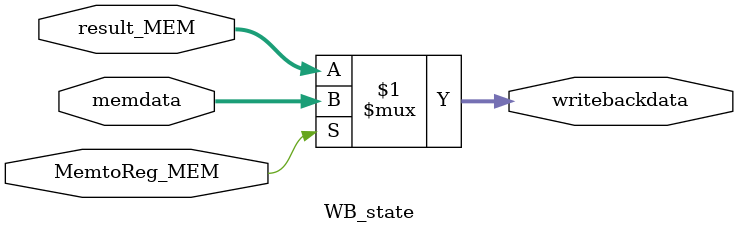
<source format=sv>
module WB_state (
    //input [4:0] WBadr_MEM,
    //input RegWrite_MEM,
    input MemtoReg_MEM,
    input [31:0] memdata,
    input [31:0] result_MEM,
    //input [2:0] funct3,
    //output [4:0] WBadr_WB,
    //output RegWrite_WB,
    output [31:0] writebackdata
    //debug
    //input [31:0] pc_in,
    //output reg [31:0] pc_out
);
//reg  [31:0] load_data;

assign writebackdata = MemtoReg_MEM ? memdata : result_MEM;
//assign pc_out = pc_in;
//assign WBadr_WB = WBadr_MEM;
//assign RegWrite_WB = RegWrite_MEM;

/*always_comb begin
    case(funct3)
        3'b000:load_data = {{24{memdata[31]}}, memdata[31:24]};//LB
        3'b001:load_data = {{16{memdata[31]}}, memdata[31:16]};//LH
        3'b101:load_data = {16'b0, memdata[31:16]};//LHU
        3'b100:load_data = {24'b0, memdata[31:24]};//LBU
        default:load_data = memdata;
    endcase
end*/

endmodule
</source>
